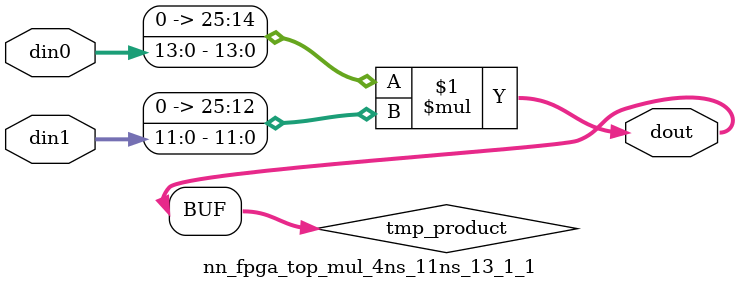
<source format=v>

`timescale 1 ns / 1 ps

 module nn_fpga_top_mul_4ns_11ns_13_1_1(din0, din1, dout);
parameter ID = 1;
parameter NUM_STAGE = 0;
parameter din0_WIDTH = 14;
parameter din1_WIDTH = 12;
parameter dout_WIDTH = 26;

input [din0_WIDTH - 1 : 0] din0; 
input [din1_WIDTH - 1 : 0] din1; 
output [dout_WIDTH - 1 : 0] dout;

wire signed [dout_WIDTH - 1 : 0] tmp_product;
























assign tmp_product = $signed({1'b0, din0}) * $signed({1'b0, din1});











assign dout = tmp_product;





















endmodule

</source>
